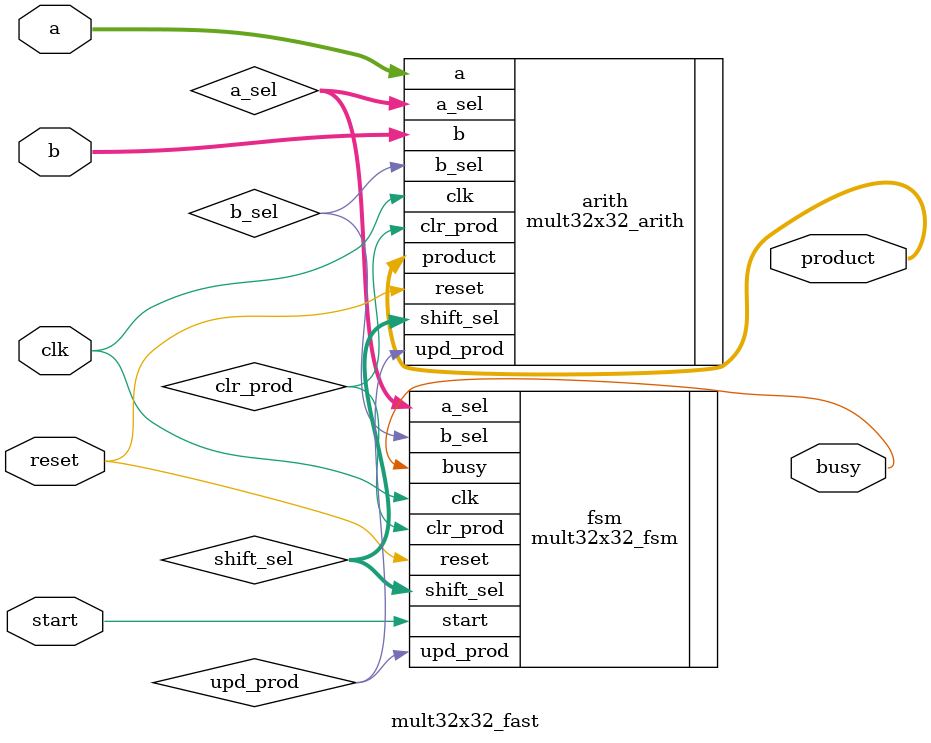
<source format=sv>
module mult32x32_fast (
    input logic clk,            // Clock
    input logic reset,          // Reset
    input logic start,          // Start signal
    input logic [31:0] a,       // Input a
    input logic [31:0] b,       // Input b
    output logic busy,          // Multiplier busy indication
    output logic [63:0] product // Miltiplication product
);

// Put your code here
// ------------------

logic [1:0] a_sel;
logic b_sel;
logic [2:0] shift_sel;
logic upd_prod;
logic clr_prod;
logic a_msb_is_0;
logic b_msw_is_0;


mult32x32_fsm fsm(
	.clk(clk),
	.reset(reset),
	.start(start),
	.busy(busy),
	.a_sel(a_sel),
	.b_sel(b_sel),
	.shift_sel(shift_sel),
	.upd_prod(upd_prod),
	.clr_prod(clr_prod)
);

mult32x32_arith arith(
	.clk(clk),
	.reset(reset),
	.a(a),
	.b(b),
	.a_sel(a_sel),
	.b_sel(b_sel),
	.shift_sel(shift_sel),
	.upd_prod(upd_prod),
	.clr_prod(clr_prod),
	.product(product)
);



// End of your code

endmodule

</source>
